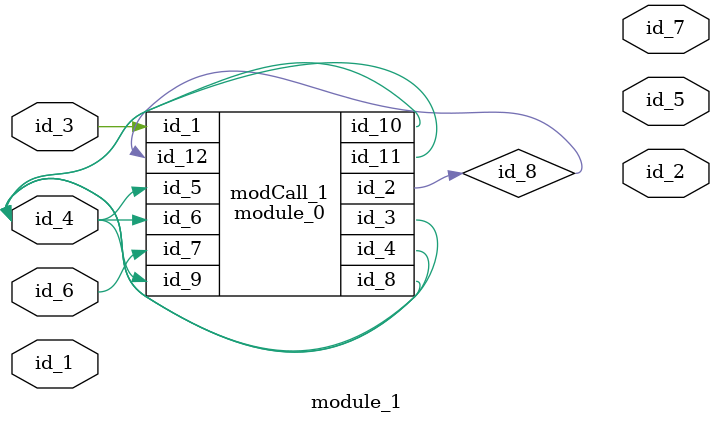
<source format=v>
module module_0 (
    id_1,
    id_2,
    id_3,
    id_4,
    id_5,
    id_6,
    id_7,
    id_8,
    id_9,
    id_10,
    id_11,
    id_12
);
  input wire id_12;
  inout wand id_11;
  inout wire id_10;
  input wire id_9;
  inout wire id_8;
  input wire id_7;
  input wire id_6;
  input wire id_5;
  inout wire id_4;
  inout wire id_3;
  inout wire id_2;
  input wire id_1;
  tri id_13 = -1;
  assign id_11 = 1'b0;
endmodule
module module_1 (
    id_1,
    id_2,
    id_3,
    id_4,
    id_5,
    id_6,
    id_7
);
  output wire id_7;
  input wire id_6;
  output wire id_5;
  inout wire id_4;
  input wire id_3;
  output wire id_2;
  input wire id_1;
  wire id_8;
  module_0 modCall_1 (
      id_3,
      id_8,
      id_4,
      id_4,
      id_4,
      id_4,
      id_6,
      id_4,
      id_4,
      id_4,
      id_4,
      id_8
  );
endmodule

</source>
